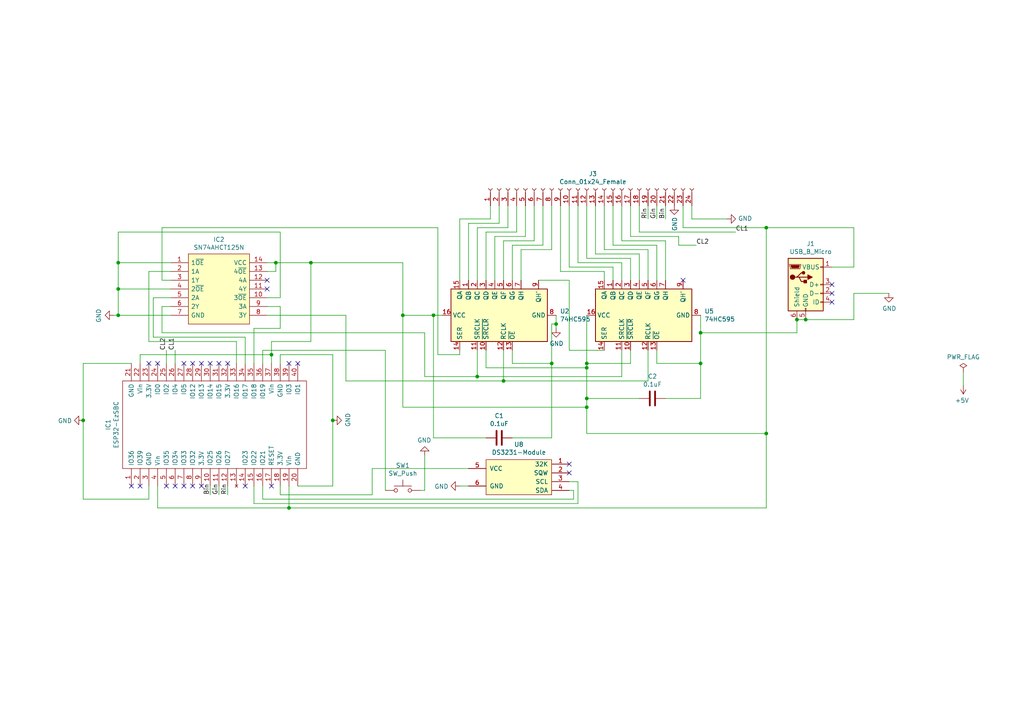
<source format=kicad_sch>
(kicad_sch (version 20211123) (generator eeschema)
  (paper "A4")
  (lib_symbols
    (symbol "74xx:74HC595"
      (property "Reference" "U" (at -7.62 13.97 0))
      (property "Value" "74HC595" (at -7.62 -16.51 0))
      (symbol "74HC595_1_0"
        (pin tri_state line (at 10.16 7.62 180) (length 2.54) (name "QB") (number "1"))
        (pin input line (at -10.16 2.54 0) (length 2.54) (name "~{SRCLR}") (number "10"))
        (pin input line (at -10.16 5.08 0) (length 2.54) (name "SRCLK") (number "11"))
        (pin input line (at -10.16 -2.54 0) (length 2.54) (name "RCLK") (number "12"))
        (pin input line (at -10.16 -5.08 0) (length 2.54) (name "~{OE}") (number "13"))
        (pin input line (at -10.16 10.16 0) (length 2.54) (name "SER") (number "14"))
        (pin tri_state line (at 10.16 10.16 180) (length 2.54) (name "QA") (number "15"))
        (pin power_in line (at 0 15.24 270) (length 2.54) (name "VCC") (number "16"))
        (pin tri_state line (at 10.16 5.08 180) (length 2.54) (name "QC") (number "2"))
        (pin tri_state line (at 10.16 2.54 180) (length 2.54) (name "QD") (number "3"))
        (pin tri_state line (at 10.16 0 180) (length 2.54) (name "QE") (number "4"))
        (pin tri_state line (at 10.16 -2.54 180) (length 2.54) (name "QF") (number "5"))
        (pin tri_state line (at 10.16 -5.08 180) (length 2.54) (name "QG") (number "6"))
        (pin tri_state line (at 10.16 -7.62 180) (length 2.54) (name "QH") (number "7"))
        (pin power_in line (at 0 -17.78 90) (length 2.54) (name "GND") (number "8"))
        (pin output line (at 10.16 -12.7 180) (length 2.54) (name "QH'") (number "9"))
      )
      (symbol "74HC595_1_1"
        (rectangle (start -7.62 12.7) (end 7.62 -15.24) (stroke (width 0.254)) (fill (type background)))
      )
    )
    (symbol "Connector:Conn_01x24_Female" (pin_names (offset 1.016) hide)
      (property "Reference" "J" (at 0 30.48 0))
      (property "Value" "Conn_01x24_Female" (at 0 -33.02 0))
      (symbol "Conn_01x24_Female_1_1"
        (arc (start 0 -29.972) (mid -0.508 -30.48) (end 0 -30.988) (stroke (width 0.1524)))
        (arc (start 0 -27.432) (mid -0.508 -27.94) (end 0 -28.448) (stroke (width 0.1524)))
        (arc (start 0 -24.892) (mid -0.508 -25.4) (end 0 -25.908) (stroke (width 0.1524)))
        (arc (start 0 -22.352) (mid -0.508 -22.86) (end 0 -23.368) (stroke (width 0.1524)))
        (arc (start 0 -19.812) (mid -0.508 -20.32) (end 0 -20.828) (stroke (width 0.1524)))
        (arc (start 0 -17.272) (mid -0.508 -17.78) (end 0 -18.288) (stroke (width 0.1524)))
        (arc (start 0 -14.732) (mid -0.508 -15.24) (end 0 -15.748) (stroke (width 0.1524)))
        (arc (start 0 -12.192) (mid -0.508 -12.7) (end 0 -13.208) (stroke (width 0.1524)))
        (arc (start 0 -9.652) (mid -0.508 -10.16) (end 0 -10.668) (stroke (width 0.1524)))
        (arc (start 0 -7.112) (mid -0.508 -7.62) (end 0 -8.128) (stroke (width 0.1524)))
        (arc (start 0 -4.572) (mid -0.508 -5.08) (end 0 -5.588) (stroke (width 0.1524)))
        (arc (start 0 -2.032) (mid -0.508 -2.54) (end 0 -3.048) (stroke (width 0.1524)))
        (polyline (pts (xy -1.27 -30.48) (xy -0.508 -30.48)) (stroke (width 0.1524)))
        (polyline (pts (xy -1.27 -27.94) (xy -0.508 -27.94)) (stroke (width 0.1524)))
        (polyline (pts (xy -1.27 -25.4) (xy -0.508 -25.4)) (stroke (width 0.1524)))
        (polyline (pts (xy -1.27 -22.86) (xy -0.508 -22.86)) (stroke (width 0.1524)))
        (polyline (pts (xy -1.27 -20.32) (xy -0.508 -20.32)) (stroke (width 0.1524)))
        (polyline (pts (xy -1.27 -17.78) (xy -0.508 -17.78)) (stroke (width 0.1524)))
        (polyline (pts (xy -1.27 -15.24) (xy -0.508 -15.24)) (stroke (width 0.1524)))
        (polyline (pts (xy -1.27 -12.7) (xy -0.508 -12.7)) (stroke (width 0.1524)))
        (polyline (pts (xy -1.27 -10.16) (xy -0.508 -10.16)) (stroke (width 0.1524)))
        (polyline (pts (xy -1.27 -7.62) (xy -0.508 -7.62)) (stroke (width 0.1524)))
        (polyline (pts (xy -1.27 -5.08) (xy -0.508 -5.08)) (stroke (width 0.1524)))
        (polyline (pts (xy -1.27 -2.54) (xy -0.508 -2.54)) (stroke (width 0.1524)))
        (polyline (pts (xy -1.27 0) (xy -0.508 0)) (stroke (width 0.1524)))
        (polyline (pts (xy -1.27 2.54) (xy -0.508 2.54)) (stroke (width 0.1524)))
        (polyline (pts (xy -1.27 5.08) (xy -0.508 5.08)) (stroke (width 0.1524)))
        (polyline (pts (xy -1.27 7.62) (xy -0.508 7.62)) (stroke (width 0.1524)))
        (polyline (pts (xy -1.27 10.16) (xy -0.508 10.16)) (stroke (width 0.1524)))
        (polyline (pts (xy -1.27 12.7) (xy -0.508 12.7)) (stroke (width 0.1524)))
        (polyline (pts (xy -1.27 15.24) (xy -0.508 15.24)) (stroke (width 0.1524)))
        (polyline (pts (xy -1.27 17.78) (xy -0.508 17.78)) (stroke (width 0.1524)))
        (polyline (pts (xy -1.27 20.32) (xy -0.508 20.32)) (stroke (width 0.1524)))
        (polyline (pts (xy -1.27 22.86) (xy -0.508 22.86)) (stroke (width 0.1524)))
        (polyline (pts (xy -1.27 25.4) (xy -0.508 25.4)) (stroke (width 0.1524)))
        (polyline (pts (xy -1.27 27.94) (xy -0.508 27.94)) (stroke (width 0.1524)))
        (arc (start 0 0.508) (mid -0.508 0) (end 0 -0.508) (stroke (width 0.1524)))
        (arc (start 0 3.048) (mid -0.508 2.54) (end 0 2.032) (stroke (width 0.1524)))
        (arc (start 0 5.588) (mid -0.508 5.08) (end 0 4.572) (stroke (width 0.1524)))
        (arc (start 0 8.128) (mid -0.508 7.62) (end 0 7.112) (stroke (width 0.1524)))
        (arc (start 0 10.668) (mid -0.508 10.16) (end 0 9.652) (stroke (width 0.1524)))
        (arc (start 0 13.208) (mid -0.508 12.7) (end 0 12.192) (stroke (width 0.1524)))
        (arc (start 0 15.748) (mid -0.508 15.24) (end 0 14.732) (stroke (width 0.1524)))
        (arc (start 0 18.288) (mid -0.508 17.78) (end 0 17.272) (stroke (width 0.1524)))
        (arc (start 0 20.828) (mid -0.508 20.32) (end 0 19.812) (stroke (width 0.1524)))
        (arc (start 0 23.368) (mid -0.508 22.86) (end 0 22.352) (stroke (width 0.1524)))
        (arc (start 0 25.908) (mid -0.508 25.4) (end 0 24.892) (stroke (width 0.1524)))
        (arc (start 0 28.448) (mid -0.508 27.94) (end 0 27.432) (stroke (width 0.1524)))
        (pin passive line (at -5.08 27.94 0) (length 3.81) (name "Pin_1") (number "1"))
        (pin passive line (at -5.08 5.08 0) (length 3.81) (name "Pin_10") (number "10"))
        (pin passive line (at -5.08 2.54 0) (length 3.81) (name "Pin_11") (number "11"))
        (pin passive line (at -5.08 0 0) (length 3.81) (name "Pin_12") (number "12"))
        (pin passive line (at -5.08 -2.54 0) (length 3.81) (name "Pin_13") (number "13"))
        (pin passive line (at -5.08 -5.08 0) (length 3.81) (name "Pin_14") (number "14"))
        (pin passive line (at -5.08 -7.62 0) (length 3.81) (name "Pin_15") (number "15"))
        (pin passive line (at -5.08 -10.16 0) (length 3.81) (name "Pin_16") (number "16"))
        (pin passive line (at -5.08 -12.7 0) (length 3.81) (name "Pin_17") (number "17"))
        (pin passive line (at -5.08 -15.24 0) (length 3.81) (name "Pin_18") (number "18"))
        (pin passive line (at -5.08 -17.78 0) (length 3.81) (name "Pin_19") (number "19"))
        (pin passive line (at -5.08 25.4 0) (length 3.81) (name "Pin_2") (number "2"))
        (pin passive line (at -5.08 -20.32 0) (length 3.81) (name "Pin_20") (number "20"))
        (pin passive line (at -5.08 -22.86 0) (length 3.81) (name "Pin_21") (number "21"))
        (pin passive line (at -5.08 -25.4 0) (length 3.81) (name "Pin_22") (number "22"))
        (pin passive line (at -5.08 -27.94 0) (length 3.81) (name "Pin_23") (number "23"))
        (pin passive line (at -5.08 -30.48 0) (length 3.81) (name "Pin_24") (number "24"))
        (pin passive line (at -5.08 22.86 0) (length 3.81) (name "Pin_3") (number "3"))
        (pin passive line (at -5.08 20.32 0) (length 3.81) (name "Pin_4") (number "4"))
        (pin passive line (at -5.08 17.78 0) (length 3.81) (name "Pin_5") (number "5"))
        (pin passive line (at -5.08 15.24 0) (length 3.81) (name "Pin_6") (number "6"))
        (pin passive line (at -5.08 12.7 0) (length 3.81) (name "Pin_7") (number "7"))
        (pin passive line (at -5.08 10.16 0) (length 3.81) (name "Pin_8") (number "8"))
        (pin passive line (at -5.08 7.62 0) (length 3.81) (name "Pin_9") (number "9"))
      )
    )
    (symbol "Device:C" (pin_numbers hide) (pin_names (offset 0.254))
      (property "Reference" "C" (at 0.635 2.54 0))
      (property "Value" "C" (at 0.635 -2.54 0))
      (symbol "C_0_1"
        (polyline (pts (xy -2.032 -0.762) (xy 2.032 -0.762)) (stroke (width 0.508)))
        (polyline (pts (xy -2.032 0.762) (xy 2.032 0.762)) (stroke (width 0.508)))
      )
      (symbol "C_1_1"
        (pin passive line (at 0 3.81 270) (length 2.794) (name "~") (number "1"))
        (pin passive line (at 0 -3.81 90) (length 2.794) (name "~") (number "2"))
      )
    )
    (symbol "NixieClock_Logic-rescue:DS3231-Module-RTC" (pin_names (offset 1.016))
      (property "Reference" "U" (at 0 0 0))
      (property "Value" "DS3231-Module-RTC" (at 0 12.7 0))
      (symbol "DS3231-Module-RTC_0_0"
        (pin bidirectional line (at 15.24 10.16 180) (length 5.08) (name "32K") (number "1"))
        (pin bidirectional line (at 15.24 7.62 180) (length 5.08) (name "SQW") (number "2"))
        (pin bidirectional line (at 15.24 5.08 180) (length 5.08) (name "SCL") (number "3"))
        (pin bidirectional line (at 15.24 2.54 180) (length 5.08) (name "SDA") (number "4"))
        (pin power_in line (at -13.97 8.89 0) (length 5.08) (name "VCC") (number "5"))
        (pin power_in line (at -13.97 3.81 0) (length 5.08) (name "GND") (number "6"))
      )
      (symbol "DS3231-Module-RTC_0_1"
        (rectangle (start -8.89 11.43) (end 10.16 1.27) (stroke (width 0.1524)) (fill (type background)))
      )
    )
    (symbol "NixieClock_Logic-rescue:ESP32-EzSBC-ESP32" (pin_names (offset 0.762))
      (property "Reference" "IC" (at 31.75 7.62 0))
      (property "Value" "ESP32-EzSBC-ESP32" (at 31.75 5.08 0))
      (symbol "ESP32-EzSBC-ESP32_0_0"
        (pin bidirectional line (at 0 0 0) (length 5.08) (name "IO36") (number "1"))
        (pin bidirectional line (at 0 -22.86 0) (length 5.08) (name "IO25") (number "10"))
        (pin bidirectional line (at 0 -25.4 0) (length 5.08) (name "IO26") (number "11"))
        (pin bidirectional line (at 0 -27.94 0) (length 5.08) (name "IO27") (number "12"))
        (pin no_connect line (at 0 -30.48 0) (length 5.08) (name "~") (number "13"))
        (pin bidirectional line (at 0 -33.02 0) (length 5.08) (name "IO23") (number "14"))
        (pin bidirectional line (at 0 -35.56 0) (length 5.08) (name "IO22") (number "15"))
        (pin bidirectional line (at 0 -38.1 0) (length 5.08) (name "IO21") (number "16"))
        (pin bidirectional line (at 0 -40.64 0) (length 5.08) (name "RESET") (number "17"))
        (pin power_out line (at 0 -43.18 0) (length 5.08) (name "3.3V") (number "18"))
        (pin power_in line (at 0 -45.72 0) (length 5.08) (name "Vin") (number "19"))
        (pin bidirectional line (at 0 -2.54 0) (length 5.08) (name "IO39") (number "2"))
        (pin power_in line (at 0 -48.26 0) (length 5.08) (name "GND") (number "20"))
        (pin power_in line (at 35.56 0 180) (length 5.08) (name "GND") (number "21"))
        (pin power_in line (at 35.56 -2.54 180) (length 5.08) (name "Vin") (number "22"))
        (pin power_out line (at 35.56 -5.08 180) (length 5.08) (name "3.3V") (number "23"))
        (pin bidirectional line (at 35.56 -7.62 180) (length 5.08) (name "IO0") (number "24"))
        (pin bidirectional line (at 35.56 -10.16 180) (length 5.08) (name "IO2") (number "25"))
        (pin bidirectional line (at 35.56 -12.7 180) (length 5.08) (name "IO4") (number "26"))
        (pin bidirectional line (at 35.56 -15.24 180) (length 5.08) (name "IO5") (number "27"))
        (pin bidirectional line (at 35.56 -17.78 180) (length 5.08) (name "IO12") (number "28"))
        (pin bidirectional line (at 35.56 -20.32 180) (length 5.08) (name "IO13") (number "29"))
        (pin power_in line (at 0 -5.08 0) (length 5.08) (name "GND") (number "3"))
        (pin bidirectional line (at 35.56 -22.86 180) (length 5.08) (name "IO14") (number "30"))
        (pin bidirectional line (at 35.56 -25.4 180) (length 5.08) (name "IO15") (number "31"))
        (pin power_out line (at 35.56 -27.94 180) (length 5.08) (name "3.3V") (number "32"))
        (pin bidirectional line (at 35.56 -30.48 180) (length 5.08) (name "IO16") (number "33"))
        (pin bidirectional line (at 35.56 -33.02 180) (length 5.08) (name "IO17") (number "34"))
        (pin bidirectional line (at 35.56 -35.56 180) (length 5.08) (name "IO18") (number "35"))
        (pin bidirectional line (at 35.56 -38.1 180) (length 5.08) (name "IO19") (number "36"))
        (pin power_in line (at 35.56 -40.64 180) (length 5.08) (name "Vin") (number "37"))
        (pin power_in line (at 35.56 -43.18 180) (length 5.08) (name "GND") (number "38"))
        (pin bidirectional line (at 35.56 -45.72 180) (length 5.08) (name "IO3") (number "39"))
        (pin power_in line (at 0 -7.62 0) (length 5.08) (name "Vin") (number "4"))
        (pin bidirectional line (at 35.56 -48.26 180) (length 5.08) (name "IO1") (number "40"))
        (pin bidirectional line (at 0 -10.16 0) (length 5.08) (name "IO35") (number "5"))
        (pin bidirectional line (at 0 -12.7 0) (length 5.08) (name "IO34") (number "6"))
        (pin bidirectional line (at 0 -15.24 0) (length 5.08) (name "IO33") (number "7"))
        (pin bidirectional line (at 0 -17.78 0) (length 5.08) (name "IO32") (number "8"))
        (pin power_out line (at 0 -20.32 0) (length 5.08) (name "3.3V") (number "9"))
      )
      (symbol "ESP32-EzSBC-ESP32_0_1"
        (polyline (pts (xy 5.08 2.54) (xy 30.48 2.54) (xy 30.48 -50.8) (xy 5.08 -50.8) (xy 5.08 2.54)) (stroke (width 0.1524)))
      )
    )
    (symbol "NixieClock_Logic-rescue:SN74AHCT125N-Buffers_Line_Drivers" (pin_names (offset 0.762))
      (property "Reference" "IC" (at 24.13 7.62 0))
      (property "Value" "SN74AHCT125N-Buffers_Line_Drivers" (at 24.13 5.08 0))
      (symbol "SN74AHCT125N-Buffers_Line_Drivers_0_0"
        (pin input line (at 0 0 0) (length 5.08) (name "1~{OE}") (number "1"))
        (pin input line (at 27.94 -10.16 180) (length 5.08) (name "3~{OE}") (number "10"))
        (pin output line (at 27.94 -7.62 180) (length 5.08) (name "4Y") (number "11"))
        (pin input line (at 27.94 -5.08 180) (length 5.08) (name "4A") (number "12"))
        (pin input line (at 27.94 -2.54 180) (length 5.08) (name "4~{OE}") (number "13"))
        (pin power_in line (at 27.94 0 180) (length 5.08) (name "VCC") (number "14"))
        (pin input line (at 0 -2.54 0) (length 5.08) (name "1A") (number "2"))
        (pin output line (at 0 -5.08 0) (length 5.08) (name "1Y") (number "3"))
        (pin input line (at 0 -7.62 0) (length 5.08) (name "2~{OE}") (number "4"))
        (pin input line (at 0 -10.16 0) (length 5.08) (name "2A") (number "5"))
        (pin output line (at 0 -12.7 0) (length 5.08) (name "2Y") (number "6"))
        (pin power_in line (at 0 -15.24 0) (length 5.08) (name "GND") (number "7"))
        (pin output line (at 27.94 -15.24 180) (length 5.08) (name "3Y") (number "8"))
        (pin input line (at 27.94 -12.7 180) (length 5.08) (name "3A") (number "9"))
      )
      (symbol "SN74AHCT125N-Buffers_Line_Drivers_0_1"
        (polyline (pts (xy 5.08 2.54) (xy 22.86 2.54) (xy 22.86 -17.78) (xy 5.08 -17.78) (xy 5.08 2.54)) (stroke (width 0.1524)) (fill (type background)))
      )
    )
    (symbol "NixieClock_Logic-rescue:USB_B_Micro-Connector" (pin_names (offset 1.016))
      (property "Reference" "J" (at -5.08 11.43 0))
      (property "Value" "USB_B_Micro-Connector" (at -5.08 8.89 0))
      (symbol "USB_B_Micro-Connector_0_1"
        (rectangle (start -5.08 -7.62) (end 5.08 7.62) (stroke (width 0.254)) (fill (type background)))
        (circle (center -3.81 2.159) (radius 0.635) (stroke (width 0.254)) (fill (type outline)))
        (circle (center -0.635 3.429) (radius 0.381) (stroke (width 0.254)) (fill (type outline)))
        (rectangle (start -0.127 -7.62) (end 0.127 -6.858))
        (polyline (pts (xy -1.905 2.159) (xy 0.635 2.159)) (stroke (width 0.254)))
        (polyline (pts (xy -3.175 2.159) (xy -2.54 2.159) (xy -1.27 3.429) (xy -0.635 3.429)) (stroke (width 0.254)))
        (polyline (pts (xy -2.54 2.159) (xy -1.905 2.159) (xy -1.27 0.889) (xy 0 0.889)) (stroke (width 0.254)))
        (polyline (pts (xy 0.635 2.794) (xy 0.635 1.524) (xy 1.905 2.159) (xy 0.635 2.794)) (stroke (width 0.254)) (fill (type outline)))
        (polyline (pts (xy -4.318 5.588) (xy -1.778 5.588) (xy -2.032 4.826) (xy -4.064 4.826) (xy -4.318 5.588)) (fill (type outline)))
        (polyline (pts (xy -4.699 5.842) (xy -4.699 5.588) (xy -4.445 4.826) (xy -4.445 4.572) (xy -1.651 4.572) (xy -1.651 4.826) (xy -1.397 5.588) (xy -1.397 5.842) (xy -4.699 5.842)))
        (rectangle (start 0.254 1.27) (end -0.508 0.508) (stroke (width 0.254)) (fill (type outline)))
        (rectangle (start 5.08 -5.207) (end 4.318 -4.953))
        (rectangle (start 5.08 -2.667) (end 4.318 -2.413))
        (rectangle (start 5.08 -0.127) (end 4.318 0.127))
        (rectangle (start 5.08 4.953) (end 4.318 5.207))
      )
      (symbol "USB_B_Micro-Connector_1_1"
        (pin power_out line (at 7.62 5.08 180) (length 2.54) (name "VBUS") (number "1"))
        (pin passive line (at 7.62 -2.54 180) (length 2.54) (name "D-") (number "2"))
        (pin passive line (at 7.62 0 180) (length 2.54) (name "D+") (number "3"))
        (pin passive line (at 7.62 -5.08 180) (length 2.54) (name "ID") (number "4"))
        (pin power_out line (at 0 -10.16 90) (length 2.54) (name "GND") (number "5"))
        (pin passive line (at -2.54 -10.16 90) (length 2.54) (name "Shield") (number "6"))
      )
    )
    (symbol "Switch:SW_Push" (pin_numbers hide) (pin_names (offset 1.016) hide)
      (property "Reference" "SW" (at 1.27 2.54 0))
      (property "Value" "SW_Push" (at 0 -1.524 0))
      (symbol "SW_Push_0_1"
        (circle (center -2.032 0) (radius 0.508))
        (polyline (pts (xy 0 1.27) (xy 0 3.048)))
        (polyline (pts (xy 2.54 1.27) (xy -2.54 1.27)))
        (circle (center 2.032 0) (radius 0.508))
        (pin passive line (at -5.08 0 0) (length 2.54) (name "1") (number "1"))
        (pin passive line (at 5.08 0 180) (length 2.54) (name "2") (number "2"))
      )
    )
    (symbol "power:+5V" (power) (pin_names (offset 0))
      (property "Value" "+5V" (at 0 3.556 0))
      (symbol "+5V_0_1"
        (polyline (pts (xy -0.762 1.27) (xy 0 2.54)))
        (polyline (pts (xy 0 0) (xy 0 2.54)))
        (polyline (pts (xy 0 2.54) (xy 0.762 1.27)))
      )
      (symbol "+5V_1_1"
        (pin power_in line (at 0 0 90) (length 0) hide (name "+5V") (number "1"))
      )
    )
    (symbol "power:GND" (power) (pin_names (offset 0))
      (property "Value" "GND" (at 0 -3.81 0))
      (symbol "GND_0_1"
        (polyline (pts (xy 0 0) (xy 0 -1.27) (xy 1.27 -1.27) (xy 0 -2.54) (xy -1.27 -1.27) (xy 0 -1.27)))
      )
      (symbol "GND_1_1"
        (pin power_in line (at 0 0 270) (length 0) hide (name "GND") (number "1"))
      )
    )
    (symbol "power:PWR_FLAG" (power) (pin_numbers hide) (pin_names (offset 0) hide)
      (property "Value" "PWR_FLAG" (at 0 3.81 0))
      (symbol "PWR_FLAG_0_0"
        (pin power_out line (at 0 0 90) (length 0) (name "pwr") (number "1"))
      )
      (symbol "PWR_FLAG_0_1"
        (polyline (pts (xy 0 0) (xy 0 1.27) (xy -1.016 1.905) (xy 0 2.54) (xy 1.016 1.905) (xy 0 1.27)))
      )
    )
  )
  (junction (at 170.18 106.68))
  (junction (at 170.18 115.57))
  (junction (at 222.25 125.73))
  (junction (at 24.13 121.92))
  (junction (at 146.05 110.49))
  (junction (at 83.82 147.32))
  (junction (at 233.68 92.71))
  (junction (at 222.25 66.04))
  (junction (at 203.2 96.52))
  (junction (at 78.74 102.87))
  (junction (at 34.29 83.82))
  (junction (at 125.73 91.44))
  (junction (at 170.18 105.41))
  (junction (at 34.29 76.2))
  (junction (at 170.18 118.11))
  (junction (at 161.29 93.98))
  (junction (at 160.02 105.41))
  (junction (at 96.52 121.92))
  (junction (at 138.43 109.22))
  (junction (at 116.84 91.44))
  (junction (at 203.2 105.41))
  (junction (at 80.01 76.2))
  (junction (at 231.14 92.71))
  (junction (at 90.17 76.2))
  (junction (at 34.29 91.44))
  (no_connect (at 60.96 105.41))
  (no_connect (at 55.88 140.97))
  (no_connect (at 165.1 134.62))
  (no_connect (at 77.47 83.82))
  (no_connect (at 43.18 105.41))
  (no_connect (at 40.64 140.97))
  (no_connect (at 83.82 105.41))
  (no_connect (at 45.72 105.41))
  (no_connect (at 198.12 81.28))
  (no_connect (at 78.74 140.97))
  (no_connect (at 66.04 105.41))
  (no_connect (at 53.34 105.41))
  (no_connect (at 53.34 140.97))
  (no_connect (at 241.3 82.55))
  (no_connect (at 241.3 87.63))
  (no_connect (at 86.36 105.41))
  (no_connect (at 50.8 140.97))
  (no_connect (at 58.42 105.41))
  (no_connect (at 48.26 140.97))
  (no_connect (at 63.5 105.41))
  (no_connect (at 55.88 105.41))
  (no_connect (at 241.3 85.09))
  (no_connect (at 38.1 140.97))
  (no_connect (at 71.12 140.97))
  (no_connect (at 58.42 140.97))
  (no_connect (at 77.47 81.28))
  (no_connect (at 165.1 137.16))
  (wire (pts (xy 170.18 118.11) (xy 116.84 118.11)))
  (wire (pts (xy 170.18 59.69) (xy 170.18 74.93)))
  (wire (pts (xy 48.26 105.41) (xy 48.26 101.6)))
  (wire (pts (xy 193.04 59.69) (xy 193.04 63.5)))
  (wire (pts (xy 187.96 59.69) (xy 187.96 63.5)))
  (wire (pts (xy 196.85 71.12) (xy 201.93 71.12)))
  (wire (pts (xy 100.33 91.44) (xy 100.33 110.49)))
  (wire (pts (xy 198.12 66.04) (xy 222.25 66.04)))
  (wire (pts (xy 182.88 101.6) (xy 182.88 105.41)))
  (wire (pts (xy 76.2 144.78) (xy 166.37 144.78)))
  (wire (pts (xy 77.47 91.44) (xy 100.33 91.44)))
  (wire (pts (xy 71.12 97.79) (xy 44.45 97.79)))
  (wire (pts (xy 222.25 66.04) (xy 247.65 66.04)))
  (wire (pts (xy 157.48 59.69) (xy 157.48 71.12)))
  (wire (pts (xy 138.43 109.22) (xy 180.34 109.22)))
  (wire (pts (xy 81.28 102.87) (xy 96.52 102.87)))
  (wire (pts (xy 60.96 140.97) (xy 60.96 143.51)))
  (wire (pts (xy 166.37 144.78) (xy 166.37 142.24)))
  (wire (pts (xy 146.05 69.85) (xy 146.05 81.28)))
  (wire (pts (xy 123.19 96.52) (xy 123.19 109.22)))
  (wire (pts (xy 160.02 127) (xy 148.59 127)))
  (wire (pts (xy 46.99 88.9) (xy 46.99 96.52)))
  (wire (pts (xy 182.88 68.58) (xy 196.85 68.58)))
  (wire (pts (xy 78.74 102.87) (xy 40.64 102.87)))
  (wire (pts (xy 138.43 66.04) (xy 147.32 66.04)))
  (wire (pts (xy 247.65 92.71) (xy 247.65 85.09)))
  (wire (pts (xy 81.28 140.97) (xy 81.28 143.51)))
  (wire (pts (xy 135.89 64.77) (xy 144.78 64.77)))
  (wire (pts (xy 50.8 105.41) (xy 50.8 101.6)))
  (wire (pts (xy 121.92 142.24) (xy 123.19 142.24)))
  (wire (pts (xy 231.14 92.71) (xy 233.68 92.71)))
  (wire (pts (xy 96.52 102.87) (xy 96.52 121.92)))
  (wire (pts (xy 180.34 81.28) (xy 180.34 76.2)))
  (wire (pts (xy 142.24 63.5) (xy 142.24 59.69)))
  (wire (pts (xy 165.1 139.7) (xy 167.64 139.7)))
  (wire (pts (xy 46.99 81.28) (xy 46.99 66.04)))
  (wire (pts (xy 180.34 76.2) (xy 167.64 76.2)))
  (wire (pts (xy 247.65 85.09) (xy 257.81 85.09)))
  (wire (pts (xy 185.42 59.69) (xy 185.42 67.31)))
  (wire (pts (xy 78.74 105.41) (xy 78.74 102.87)))
  (wire (pts (xy 203.2 96.52) (xy 203.2 91.44)))
  (wire (pts (xy 180.34 59.69) (xy 180.34 69.85)))
  (wire (pts (xy 222.25 125.73) (xy 222.25 66.04)))
  (wire (pts (xy 123.19 142.24) (xy 123.19 132.08)))
  (wire (pts (xy 127 66.04) (xy 127 102.87)))
  (wire (pts (xy 170.18 106.68) (xy 170.18 115.57)))
  (wire (pts (xy 116.84 91.44) (xy 125.73 91.44)))
  (wire (pts (xy 24.13 105.41) (xy 24.13 121.92)))
  (wire (pts (xy 165.1 59.69) (xy 165.1 77.47)))
  (wire (pts (xy 148.59 101.6) (xy 148.59 105.41)))
  (wire (pts (xy 190.5 81.28) (xy 190.5 71.12)))
  (wire (pts (xy 66.04 140.97) (xy 66.04 143.51)))
  (wire (pts (xy 182.88 74.93) (xy 170.18 74.93)))
  (wire (pts (xy 90.17 76.2) (xy 80.01 76.2)))
  (wire (pts (xy 83.82 147.32) (xy 222.25 147.32)))
  (wire (pts (xy 185.42 67.31) (xy 213.36 67.31)))
  (wire (pts (xy 149.86 59.69) (xy 149.86 67.31)))
  (wire (pts (xy 170.18 115.57) (xy 170.18 118.11)))
  (wire (pts (xy 49.53 76.2) (xy 34.29 76.2)))
  (wire (pts (xy 71.12 105.41) (xy 71.12 97.79)))
  (wire (pts (xy 45.72 147.32) (xy 83.82 147.32)))
  (wire (pts (xy 200.66 59.69) (xy 200.66 63.5)))
  (wire (pts (xy 233.68 92.71) (xy 247.65 92.71)))
  (wire (pts (xy 44.45 86.36) (xy 49.53 86.36)))
  (wire (pts (xy 100.33 110.49) (xy 146.05 110.49)))
  (wire (pts (xy 170.18 115.57) (xy 185.42 115.57)))
  (wire (pts (xy 175.26 101.6) (xy 165.1 101.6)))
  (wire (pts (xy 46.99 66.04) (xy 127 66.04)))
  (wire (pts (xy 90.17 99.06) (xy 90.17 76.2)))
  (wire (pts (xy 180.34 69.85) (xy 193.04 69.85)))
  (wire (pts (xy 203.2 96.52) (xy 203.2 105.41)))
  (wire (pts (xy 161.29 93.98) (xy 160.02 93.98)))
  (wire (pts (xy 190.5 71.12) (xy 177.8 71.12)))
  (wire (pts (xy 222.25 147.32) (xy 222.25 125.73)))
  (wire (pts (xy 76.2 101.6) (xy 111.76 101.6)))
  (wire (pts (xy 151.13 72.39) (xy 160.02 72.39)))
  (wire (pts (xy 111.76 101.6) (xy 111.76 142.24)))
  (wire (pts (xy 140.97 106.68) (xy 170.18 106.68)))
  (wire (pts (xy 76.2 105.41) (xy 76.2 101.6)))
  (wire (pts (xy 152.4 59.69) (xy 152.4 68.58)))
  (wire (pts (xy 203.2 115.57) (xy 193.04 115.57)))
  (wire (pts (xy 193.04 69.85) (xy 193.04 81.28)))
  (wire (pts (xy 247.65 66.04) (xy 247.65 77.47)))
  (wire (pts (xy 190.5 105.41) (xy 203.2 105.41)))
  (wire (pts (xy 231.14 92.71) (xy 231.14 96.52)))
  (wire (pts (xy 160.02 93.98) (xy 160.02 105.41)))
  (wire (pts (xy 203.2 105.41) (xy 203.2 115.57)))
  (wire (pts (xy 160.02 105.41) (xy 160.02 127)))
  (wire (pts (xy 68.58 99.06) (xy 43.18 99.06)))
  (wire (pts (xy 43.18 78.74) (xy 49.53 78.74)))
  (wire (pts (xy 148.59 71.12) (xy 148.59 81.28)))
  (wire (pts (xy 125.73 91.44) (xy 128.27 91.44)))
  (wire (pts (xy 166.37 142.24) (xy 165.1 142.24)))
  (wire (pts (xy 24.13 144.78) (xy 24.13 121.92)))
  (wire (pts (xy 81.28 95.25) (xy 81.28 88.9)))
  (wire (pts (xy 34.29 76.2) (xy 34.29 83.82)))
  (wire (pts (xy 80.01 76.2) (xy 77.47 76.2)))
  (wire (pts (xy 78.74 99.06) (xy 90.17 99.06)))
  (wire (pts (xy 162.56 59.69) (xy 162.56 78.74)))
  (wire (pts (xy 81.28 67.31) (xy 81.28 86.36)))
  (wire (pts (xy 147.32 59.69) (xy 147.32 66.04)))
  (wire (pts (xy 154.94 59.69) (xy 154.94 69.85)))
  (wire (pts (xy 175.26 59.69) (xy 175.26 72.39)))
  (wire (pts (xy 45.72 140.97) (xy 45.72 147.32)))
  (wire (pts (xy 180.34 109.22) (xy 180.34 101.6)))
  (wire (pts (xy 135.89 64.77) (xy 135.89 81.28)))
  (wire (pts (xy 133.35 63.5) (xy 142.24 63.5)))
  (wire (pts (xy 80.01 78.74) (xy 80.01 76.2)))
  (wire (pts (xy 190.5 59.69) (xy 190.5 63.5)))
  (wire (pts (xy 86.36 140.97) (xy 96.52 140.97)))
  (wire (pts (xy 43.18 140.97) (xy 43.18 144.78)))
  (wire (pts (xy 81.28 105.41) (xy 81.28 102.87)))
  (wire (pts (xy 73.66 95.25) (xy 73.66 105.41)))
  (wire (pts (xy 143.51 68.58) (xy 152.4 68.58)))
  (wire (pts (xy 241.3 77.47) (xy 247.65 77.47)))
  (wire (pts (xy 125.73 91.44) (xy 125.73 127)))
  (wire (pts (xy 123.19 109.22) (xy 138.43 109.22)))
  (wire (pts (xy 185.42 73.66) (xy 172.72 73.66)))
  (wire (pts (xy 177.8 81.28) (xy 177.8 77.47)))
  (wire (pts (xy 138.43 66.04) (xy 138.43 81.28)))
  (wire (pts (xy 125.73 127) (xy 140.97 127)))
  (wire (pts (xy 49.53 81.28) (xy 46.99 81.28)))
  (wire (pts (xy 198.12 59.69) (xy 198.12 66.04)))
  (wire (pts (xy 77.47 78.74) (xy 80.01 78.74)))
  (wire (pts (xy 73.66 146.05) (xy 73.66 140.97)))
  (wire (pts (xy 34.29 91.44) (xy 33.02 91.44)))
  (wire (pts (xy 133.35 63.5) (xy 133.35 81.28)))
  (wire (pts (xy 175.26 81.28) (xy 175.26 78.74)))
  (wire (pts (xy 138.43 109.22) (xy 138.43 101.6)))
  (wire (pts (xy 63.5 140.97) (xy 63.5 143.51)))
  (wire (pts (xy 200.66 63.5) (xy 210.82 63.5)))
  (wire (pts (xy 182.88 81.28) (xy 182.88 74.93)))
  (wire (pts (xy 107.95 143.51) (xy 107.95 135.89)))
  (wire (pts (xy 127 102.87) (xy 133.35 102.87)))
  (wire (pts (xy 182.88 59.69) (xy 182.88 68.58)))
  (wire (pts (xy 81.28 143.51) (xy 107.95 143.51)))
  (wire (pts (xy 116.84 91.44) (xy 116.84 76.2)))
  (wire (pts (xy 43.18 99.06) (xy 43.18 78.74)))
  (wire (pts (xy 68.58 105.41) (xy 68.58 99.06)))
  (wire (pts (xy 49.53 91.44) (xy 34.29 91.44)))
  (wire (pts (xy 78.74 102.87) (xy 78.74 99.06)))
  (wire (pts (xy 34.29 83.82) (xy 34.29 91.44)))
  (wire (pts (xy 187.96 72.39) (xy 175.26 72.39)))
  (wire (pts (xy 279.4 107.95) (xy 279.4 111.76)))
  (wire (pts (xy 170.18 91.44) (xy 170.18 105.41)))
  (wire (pts (xy 34.29 67.31) (xy 81.28 67.31)))
  (wire (pts (xy 187.96 81.28) (xy 187.96 72.39)))
  (wire (pts (xy 107.95 135.89) (xy 135.89 135.89)))
  (wire (pts (xy 34.29 67.31) (xy 34.29 76.2)))
  (wire (pts (xy 148.59 105.41) (xy 160.02 105.41)))
  (wire (pts (xy 161.29 91.44) (xy 161.29 93.98)))
  (wire (pts (xy 167.64 59.69) (xy 167.64 76.2)))
  (wire (pts (xy 146.05 110.49) (xy 187.96 110.49)))
  (wire (pts (xy 49.53 83.82) (xy 34.29 83.82)))
  (wire (pts (xy 116.84 118.11) (xy 116.84 91.44)))
  (wire (pts (xy 38.1 105.41) (xy 24.13 105.41)))
  (wire (pts (xy 143.51 68.58) (xy 143.51 81.28)))
  (wire (pts (xy 83.82 140.97) (xy 83.82 147.32)))
  (wire (pts (xy 165.1 101.6) (xy 165.1 81.28)))
  (wire (pts (xy 40.64 105.41) (xy 40.64 102.87)))
  (wire (pts (xy 167.64 139.7) (xy 167.64 146.05)))
  (wire (pts (xy 133.35 102.87) (xy 133.35 101.6)))
  (wire (pts (xy 144.78 59.69) (xy 144.78 64.77)))
  (wire (pts (xy 231.14 96.52) (xy 203.2 96.52)))
  (wire (pts (xy 140.97 101.6) (xy 140.97 106.68)))
  (wire (pts (xy 190.5 101.6) (xy 190.5 105.41)))
  (wire (pts (xy 175.26 78.74) (xy 162.56 78.74)))
  (wire (pts (xy 170.18 105.41) (xy 170.18 106.68)))
  (wire (pts (xy 148.59 71.12) (xy 157.48 71.12)))
  (wire (pts (xy 187.96 110.49) (xy 187.96 101.6)))
  (wire (pts (xy 146.05 110.49) (xy 146.05 101.6)))
  (wire (pts (xy 182.88 105.41) (xy 170.18 105.41)))
  (wire (pts (xy 77.47 88.9) (xy 81.28 88.9)))
  (wire (pts (xy 77.47 86.36) (xy 81.28 86.36)))
  (wire (pts (xy 123.19 96.52) (xy 46.99 96.52)))
  (wire (pts (xy 73.66 95.25) (xy 81.28 95.25)))
  (wire (pts (xy 133.35 140.97) (xy 135.89 140.97)))
  (wire (pts (xy 44.45 97.79) (xy 44.45 86.36)))
  (wire (pts (xy 196.85 68.58) (xy 196.85 71.12)))
  (wire (pts (xy 43.18 144.78) (xy 24.13 144.78)))
  (wire (pts (xy 96.52 140.97) (xy 96.52 121.92)))
  (wire (pts (xy 167.64 146.05) (xy 73.66 146.05)))
  (wire (pts (xy 140.97 67.31) (xy 140.97 81.28)))
  (wire (pts (xy 49.53 88.9) (xy 46.99 88.9)))
  (wire (pts (xy 160.02 59.69) (xy 160.02 72.39)))
  (wire (pts (xy 151.13 72.39) (xy 151.13 81.28)))
  (wire (pts (xy 116.84 76.2) (xy 90.17 76.2)))
  (wire (pts (xy 161.29 93.98) (xy 161.29 95.25)))
  (wire (pts (xy 140.97 67.31) (xy 149.86 67.31)))
  (wire (pts (xy 165.1 81.28) (xy 156.21 81.28)))
  (wire (pts (xy 177.8 59.69) (xy 177.8 71.12)))
  (wire (pts (xy 185.42 81.28) (xy 185.42 73.66)))
  (wire (pts (xy 170.18 118.11) (xy 170.18 125.73)))
  (wire (pts (xy 146.05 69.85) (xy 154.94 69.85)))
  (wire (pts (xy 76.2 140.97) (xy 76.2 144.78)))
  (wire (pts (xy 170.18 125.73) (xy 222.25 125.73)))
  (wire (pts (xy 177.8 77.47) (xy 165.1 77.47)))
  (wire (pts (xy 172.72 59.69) (xy 172.72 73.66)))
  (label "Bin" (at 193.04 63.5 90))
  (label "Rin" (at 187.96 63.5 90))
  (label "Gin" (at 63.5 143.51 90))
  (label "Gin" (at 190.5 63.5 90))
  (label "CL1" (at 50.8 101.6 90))
  (label "CL1" (at 213.36 67.31 0))
  (label "CL2" (at 201.93 71.12 0))
  (label "Bin" (at 60.96 143.51 90))
  (label "Rin" (at 66.04 143.51 90))
  (label "CL2" (at 48.26 101.6 90))
  (symbol (lib_id "74xx:74HC595") (at 185.42 91.44 90) (unit 1)
    (property "Reference" "U5" (at 204.3176 90.2716 90) (effects (justify right)))
    (property "Value" "74HC595" (at 204.3176 92.583 90) (effects (justify right)))
    (property "Footprint" "Package_DIP:DIP-16_W7.62mm_Socket" (effects hide))
    (property "Datasheet" "http://www.ti.com/lit/ds/symlink/sn74hc595.pdf" (effects hide))
  )
  (symbol (lib_id "74xx:74HC595") (at 143.51 91.44 90) (unit 1)
    (property "Reference" "U2" (at 162.4076 90.2716 90) (effects (justify right)))
    (property "Value" "74HC595" (at 162.4076 92.583 90) (effects (justify right)))
    (property "Footprint" "Package_DIP:DIP-16_W7.62mm_Socket" (effects hide))
    (property "Datasheet" "http://www.ti.com/lit/ds/symlink/sn74hc595.pdf" (effects hide))
  )
  (symbol (lib_id "NixieClock_Logic-rescue:SN74AHCT125N-Buffers_Line_Drivers") (at 49.53 76.2 0) (unit 1)
    (property "Reference" "IC2" (at 63.5 69.469 0))
    (property "Value" "SN74AHCT125N" (at 63.5 71.7804 0))
    (property "Footprint" "Package_DIP:DIP-14_W7.62mm_Socket" (effects hide))
    (property "Datasheet" "http://www.ti.com/lit/gpn/sn74ahct125" (effects hide))
    (property "Description" "Quadruple Bus Buffer Gates With 3-State Outputs" (effects hide))
  )
  (symbol (lib_id "power:GND") (at 33.02 91.44 270) (unit 1)
    (property "Reference" "#PWR04" (effects hide))
    (property "Value" "GND" (at 28.6258 91.567 0))
  )
  (symbol (lib_id "power:GND") (at 24.13 121.92 270) (unit 1)
    (property "Reference" "#PWR03" (effects hide))
    (property "Value" "GND" (at 20.8788 122.047 90) (effects (justify right)))
  )
  (symbol (lib_id "NixieClock_Logic-rescue:ESP32-EzSBC-ESP32") (at 38.1 140.97 90) (unit 1)
    (property "Reference" "IC1" (at 31.369 123.19 0))
    (property "Value" "ESP32-EzSBC" (at 33.6804 123.19 0))
    (property "Footprint" "ESP32:ESP32-EzSBC" (effects hide))
    (property "Datasheet" "http://www.mouser.com/datasheet/2/891/esp32-wrover-b_datasheet_en-1384674.pdf" (effects hide))
  )
  (symbol (lib_id "power:GND") (at 161.29 95.25 0) (unit 1)
    (property "Reference" "#PWR02" (effects hide))
    (property "Value" "GND" (at 161.417 99.6442 0))
  )
  (symbol (lib_id "power:GND") (at 123.19 132.08 180) (unit 1)
    (property "Reference" "#PWR?" (effects hide))
    (property "Value" "GND" (at 123.063 127.6858 0))
  )
  (symbol (lib_id "power:GND") (at 96.52 121.92 90) (unit 1)
    (property "Reference" "#PWR05" (effects hide))
    (property "Value" "GND" (at 100.9142 121.793 0))
  )
  (symbol (lib_id "Switch:SW_Push") (at 116.84 142.24 0) (unit 1)
    (property "Reference" "SW1" (at 116.84 135.001 0))
    (property "Value" "SW_Push" (at 116.84 137.3124 0))
    (property "Footprint" "Connector_PinHeader_2.54mm:PinHeader_1x02_P2.54mm_Vertical" (effects hide))
  )
  (symbol (lib_id "power:PWR_FLAG") (at 279.4 107.95 0) (unit 1)
    (property "Reference" "#FLG0102" (effects hide))
    (property "Value" "PWR_FLAG" (at 279.4 103.5558 0))
  )
  (symbol (lib_id "power:+5V") (at 279.4 111.76 180) (unit 1)
    (property "Reference" "#PWR0102" (effects hide))
    (property "Value" "+5V" (at 279.019 116.1542 0))
  )
  (symbol (lib_id "power:GND") (at 257.81 85.09 0) (unit 1)
    (property "Reference" "#PWR0104" (effects hide))
    (property "Value" "GND" (at 257.937 89.4842 0))
  )
  (symbol (lib_id "NixieClock_Logic-rescue:USB_B_Micro-Connector") (at 233.68 82.55 0) (unit 1)
    (property "Reference" "J1" (at 235.1278 70.6882 0))
    (property "Value" "USB_B_Micro" (at 235.1278 72.9996 0))
    (property "Footprint" "Connector_USB:USB_Micro-B_Molex-105017-0001" (effects hide))
  )
  (symbol (lib_id "power:GND") (at 210.82 63.5 90) (unit 1)
    (property "Reference" "#PWR011" (effects hide))
    (property "Value" "GND" (at 214.0712 63.373 90) (effects (justify right)))
  )
  (symbol (lib_id "Device:C") (at 189.23 115.57 90) (unit 1)
    (property "Reference" "C2" (at 189.23 109.1692 90))
    (property "Value" "0.1uF" (at 189.23 111.4806 90))
    (property "Footprint" "Capacitor_THT:C_Disc_D7.5mm_W5.0mm_P5.00mm" (effects hide))
  )
  (symbol (lib_id "Device:C") (at 144.78 127 90) (unit 1)
    (property "Reference" "C1" (at 144.78 120.5992 90))
    (property "Value" "0.1uF" (at 144.78 122.9106 90))
    (property "Footprint" "Capacitor_THT:C_Disc_D7.5mm_W5.0mm_P5.00mm" (effects hide))
  )
  (symbol (lib_id "Connector:Conn_01x24_Female") (at 170.18 54.61 90) (unit 1)
    (property "Reference" "J3" (at 171.958 50.419 90))
    (property "Value" "Conn_01x24_Female" (at 171.958 52.7304 90))
    (property "Footprint" "Connector_PinHeader_2.54mm:PinHeader_1x24_P2.54mm_Vertical" (effects hide))
  )
  (symbol (lib_id "power:GND") (at 195.58 59.69 0) (unit 1)
    (property "Reference" "#PWR013" (effects hide))
    (property "Value" "GND" (at 195.707 62.9412 90) (effects (justify right)))
  )
  (symbol (lib_id "NixieClock_Logic-rescue:DS3231-Module-RTC") (at 149.86 144.78 0) (unit 1)
    (property "Reference" "U8" (at 150.495 128.905 0))
    (property "Value" "DS3231-Module" (at 150.495 131.2164 0))
    (property "Footprint" "Connector_PinSocket_2.54mm:PinSocket_1x06_P2.54mm_Vertical" (effects hide))
  )
  (symbol (lib_id "power:GND") (at 133.35 140.97 270) (unit 1)
    (property "Reference" "#PWR0105" (effects hide))
    (property "Value" "GND" (at 130.0988 141.097 90) (effects (justify right)))
  )
)
</source>
